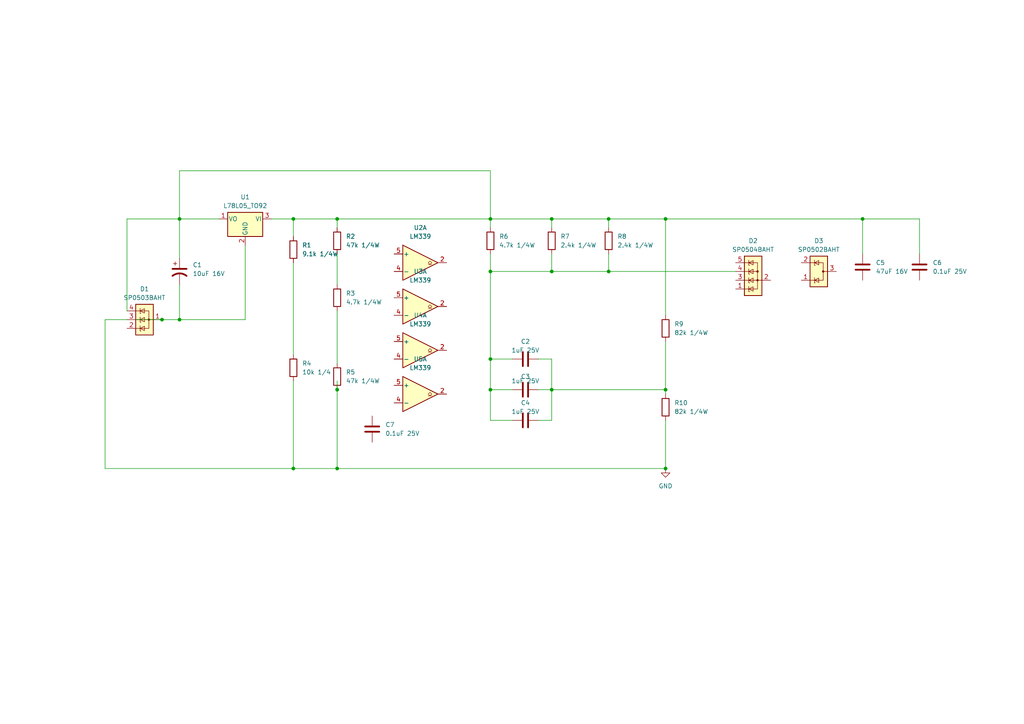
<source format=kicad_sch>
(kicad_sch (version 20230121) (generator eeschema)
  (paper "A4")
  (title_block (title "MagSense-SR") (rev "A"))
  (lib_symbols
    (symbol "Comparator:LM339" (pin_names (offset 0.127))
      (property "Reference" "U" (at 0 5.08 0))
      (property "Value" "LM339" (at 0 -5.08 0))
      (symbol "LM339_1_1"
        (polyline (pts (xy -5.08 5.08) (xy 5.08 0) (xy -5.08 -5.08) (xy -5.08 5.08)) (stroke (width 0.254)) (fill (type background)))
        (polyline (pts (xy 3.302 -0.508) (xy 2.794 -0.508) (xy 3.302 0) (xy 2.794 0.508) (xy 2.286 0) (xy 2.794 -0.508) (xy 2.286 -0.508)) (stroke (width 0.127)))
        (pin open_collector line (at 7.62 0 180) (length 2.54) (name "~") (number "2"))
        (pin input line (at -7.62 -2.54 0) (length 2.54) (name "-") (number "4"))
        (pin input line (at -7.62 2.54 0) (length 2.54) (name "+") (number "5"))
      )
      (symbol "LM339_2_1"
        (polyline (pts (xy -5.08 5.08) (xy 5.08 0) (xy -5.08 -5.08) (xy -5.08 5.08)) (stroke (width 0.254)) (fill (type background)))
        (polyline (pts (xy 3.302 -0.508) (xy 2.794 -0.508) (xy 3.302 0) (xy 2.794 0.508) (xy 2.286 0) (xy 2.794 -0.508) (xy 2.286 -0.508)) (stroke (width 0.127)))
        (pin open_collector line (at 7.62 0 180) (length 2.54) (name "~") (number "1"))
        (pin input line (at -7.62 -2.54 0) (length 2.54) (name "-") (number "6"))
        (pin input line (at -7.62 2.54 0) (length 2.54) (name "+") (number "7"))
      )
      (symbol "LM339_3_1"
        (polyline (pts (xy -5.08 5.08) (xy 5.08 0) (xy -5.08 -5.08) (xy -5.08 5.08)) (stroke (width 0.254)) (fill (type background)))
        (polyline (pts (xy 3.302 -0.508) (xy 2.794 -0.508) (xy 3.302 0) (xy 2.794 0.508) (xy 2.286 0) (xy 2.794 -0.508) (xy 2.286 -0.508)) (stroke (width 0.127)))
        (pin input line (at -7.62 -2.54 0) (length 2.54) (name "-") (number "10"))
        (pin input line (at -7.62 2.54 0) (length 2.54) (name "+") (number "11"))
        (pin open_collector line (at 7.62 0 180) (length 2.54) (name "~") (number "13"))
      )
      (symbol "LM339_4_1"
        (polyline (pts (xy -5.08 5.08) (xy 5.08 0) (xy -5.08 -5.08) (xy -5.08 5.08)) (stroke (width 0.254)) (fill (type background)))
        (polyline (pts (xy 3.302 -0.508) (xy 2.794 -0.508) (xy 3.302 0) (xy 2.794 0.508) (xy 2.286 0) (xy 2.794 -0.508) (xy 2.286 -0.508)) (stroke (width 0.127)))
        (pin open_collector line (at 7.62 0 180) (length 2.54) (name "~") (number "14"))
        (pin input line (at -7.62 -2.54 0) (length 2.54) (name "-") (number "8"))
        (pin input line (at -7.62 2.54 0) (length 2.54) (name "+") (number "9"))
      )
      (symbol "LM339_5_1"
        (pin power_in line (at -2.54 -7.62 90) (length 3.81) (name "V-") (number "12"))
        (pin power_in line (at -2.54 7.62 270) (length 3.81) (name "V+") (number "3"))
      )
    )
    (symbol "Device:C" (pin_numbers hide) (pin_names (offset 0.254))
      (property "Reference" "C" (at 0.635 2.54 0))
      (property "Value" "C" (at 0.635 -2.54 0))
      (symbol "C_0_1"
        (polyline (pts (xy -2.032 -0.762) (xy 2.032 -0.762)) (stroke (width 0.508)))
        (polyline (pts (xy -2.032 0.762) (xy 2.032 0.762)) (stroke (width 0.508)))
      )
      (symbol "C_1_1"
        (pin passive line (at 0 3.81 270) (length 2.794) (name "~") (number "1"))
        (pin passive line (at 0 -3.81 90) (length 2.794) (name "~") (number "2"))
      )
    )
    (symbol "Device:C_Polarized_US" (pin_numbers hide) (pin_names (offset 0.254) hide)
      (property "Reference" "C" (at 0.635 2.54 0))
      (property "Value" "C_Polarized_US" (at 0.635 -2.54 0))
      (symbol "C_Polarized_US_0_1"
        (polyline (pts (xy -2.032 0.762) (xy 2.032 0.762)) (stroke (width 0.508)))
        (polyline (pts (xy -1.778 2.286) (xy -0.762 2.286)))
        (polyline (pts (xy -1.27 1.778) (xy -1.27 2.794)))
        (arc (start 2.032 -1.27) (mid 0 -0.5572) (end -2.032 -1.27) (stroke (width 0.508)))
      )
      (symbol "C_Polarized_US_1_1"
        (pin passive line (at 0 3.81 270) (length 2.794) (name "~") (number "1"))
        (pin passive line (at 0 -3.81 90) (length 3.302) (name "~") (number "2"))
      )
    )
    (symbol "Device:R" (pin_numbers hide) (pin_names (offset 0))
      (property "Reference" "R" (at 2.032 0 90))
      (property "Value" "R" (at 0 0 90))
      (symbol "R_0_1"
        (rectangle (start -1.016 -2.54) (end 1.016 2.54) (stroke (width 0.254)))
      )
      (symbol "R_1_1"
        (pin passive line (at 0 3.81 270) (length 1.27) (name "~") (number "1"))
        (pin passive line (at 0 -3.81 90) (length 1.27) (name "~") (number "2"))
      )
    )
    (symbol "Power_Protection:SP0502BAHT" (pin_names hide)
      (property "Reference" "D" (at 5.715 2.54 0))
      (property "Value" "SP0502BAHT" (at 5.715 0.635 0))
      (symbol "SP0502BAHT_0_0"
        (pin passive line (at 0 -5.08 90) (length 2.54) (name "A") (number "3"))
      )
      (symbol "SP0502BAHT_0_1"
        (rectangle (start -4.445 2.54) (end 4.445 -2.54) (stroke (width 0.254)) (fill (type background)))
        (circle (center 0 -1.27) (radius 0.254) (fill (type outline)))
        (polyline (pts (xy -2.54 2.54) (xy -2.54 1.27)))
        (polyline (pts (xy 0 -1.27) (xy 0 -2.54)))
        (polyline (pts (xy 2.54 2.54) (xy 2.54 1.27)))
        (polyline (pts (xy -3.302 1.016) (xy -3.302 1.27) (xy -1.905 1.27) (xy -1.778 1.27)))
        (polyline (pts (xy -2.54 1.27) (xy -2.54 -1.27) (xy 2.54 -1.27) (xy 2.54 1.27)))
        (polyline (pts (xy -2.54 1.27) (xy -1.905 0) (xy -3.175 0) (xy -2.54 1.27)))
        (polyline (pts (xy 1.778 1.016) (xy 1.778 1.27) (xy 3.175 1.27) (xy 3.302 1.27)))
        (polyline (pts (xy 2.54 1.27) (xy 1.905 0) (xy 3.175 0) (xy 2.54 1.27)))
      )
      (symbol "SP0502BAHT_1_1"
        (pin passive line (at -2.54 5.08 270) (length 2.54) (name "K") (number "1"))
        (pin passive line (at 2.54 5.08 270) (length 2.54) (name "K") (number "2"))
      )
    )
    (symbol "Power_Protection:SP0503BAHT" (pin_names hide)
      (property "Reference" "D" (at 5.715 2.54 0))
      (property "Value" "SP0503BAHT" (at 5.715 0.635 0))
      (symbol "SP0503BAHT_0_0"
        (pin passive line (at 0 -5.08 90) (length 2.54) (name "A") (number "1"))
      )
      (symbol "SP0503BAHT_0_1"
        (rectangle (start -4.445 2.54) (end 4.445 -2.54) (stroke (width 0.254)) (fill (type background)))
        (circle (center 0 -1.27) (radius 0.254) (fill (type outline)))
        (polyline (pts (xy -2.54 2.54) (xy -2.54 1.27)))
        (polyline (pts (xy 0 -1.27) (xy 0 -2.54)))
        (polyline (pts (xy 0 -1.27) (xy 0 1.27)))
        (polyline (pts (xy 0 2.54) (xy 0 1.27)))
        (polyline (pts (xy 0.635 1.27) (xy 0.762 1.27)))
        (polyline (pts (xy 2.54 2.54) (xy 2.54 1.27)))
        (polyline (pts (xy 0.635 1.27) (xy -0.762 1.27) (xy -0.762 1.016)))
        (polyline (pts (xy -3.302 1.016) (xy -3.302 1.27) (xy -1.905 1.27) (xy -1.778 1.27)))
        (polyline (pts (xy -2.54 1.27) (xy -2.54 -1.27) (xy 2.54 -1.27) (xy 2.54 1.27)))
        (polyline (pts (xy -2.54 1.27) (xy -1.905 0) (xy -3.175 0) (xy -2.54 1.27)))
        (polyline (pts (xy 0.635 0) (xy -0.635 0) (xy 0 1.27) (xy 0.635 0)))
        (polyline (pts (xy 1.778 1.016) (xy 1.778 1.27) (xy 3.175 1.27) (xy 3.302 1.27)))
        (polyline (pts (xy 2.54 1.27) (xy 1.905 0) (xy 3.175 0) (xy 2.54 1.27)))
      )
      (symbol "SP0503BAHT_1_1"
        (pin passive line (at -2.54 5.08 270) (length 2.54) (name "K") (number "2"))
        (pin passive line (at 0 5.08 270) (length 2.54) (name "K") (number "3"))
        (pin passive line (at 2.54 5.08 270) (length 2.54) (name "K") (number "4"))
      )
    )
    (symbol "Power_Protection:SP0504BAHT" (pin_names hide)
      (property "Reference" "D" (at 7.62 2.54 0))
      (property "Value" "SP0504BAHT" (at 7.62 0.635 0))
      (symbol "SP0504BAHT_0_0"
        (pin passive line (at 0 -5.08 90) (length 2.54) (name "A") (number "2"))
      )
      (symbol "SP0504BAHT_0_1"
        (rectangle (start -4.445 2.54) (end 6.985 -2.54) (stroke (width 0.254)) (fill (type background)))
        (circle (center 0 -1.27) (radius 0.254) (fill (type outline)))
        (polyline (pts (xy -2.54 2.54) (xy -2.54 1.27)))
        (polyline (pts (xy 0 -1.27) (xy 0 -2.54)))
        (polyline (pts (xy 0 -1.27) (xy 0 1.27)))
        (polyline (pts (xy 0 2.54) (xy 0 1.27)))
        (polyline (pts (xy 2.54 2.54) (xy 2.54 1.27)))
        (polyline (pts (xy 5.08 2.54) (xy 5.08 1.27)))
        (polyline (pts (xy -3.302 1.016) (xy -3.302 1.27) (xy -1.778 1.27)))
        (polyline (pts (xy 0.762 1.27) (xy -0.762 1.27) (xy -0.762 1.016)))
        (polyline (pts (xy 5.08 1.27) (xy 5.08 -1.27) (xy 2.54 -1.27)))
        (polyline (pts (xy -2.54 1.27) (xy -2.54 -1.27) (xy 2.54 -1.27) (xy 2.54 1.27)))
        (polyline (pts (xy -2.54 1.27) (xy -1.905 0) (xy -3.175 0) (xy -2.54 1.27)))
        (polyline (pts (xy 0.635 0) (xy -0.635 0) (xy 0 1.27) (xy 0.635 0)))
        (polyline (pts (xy 1.778 1.016) (xy 1.778 1.27) (xy 3.175 1.27) (xy 3.302 1.27)))
        (polyline (pts (xy 2.54 1.27) (xy 1.905 0) (xy 3.175 0) (xy 2.54 1.27)))
        (polyline (pts (xy 4.318 1.016) (xy 4.318 1.27) (xy 5.715 1.27) (xy 5.842 1.27)))
        (polyline (pts (xy 5.08 1.27) (xy 4.445 0) (xy 5.715 0) (xy 5.08 1.27)))
        (circle (center 2.54 -1.27) (radius 0.254) (fill (type outline)))
      )
      (symbol "SP0504BAHT_1_1"
        (pin passive line (at -2.54 5.08 270) (length 2.54) (name "K") (number "1"))
        (pin passive line (at 0 5.08 270) (length 2.54) (name "K") (number "3"))
        (pin passive line (at 2.54 5.08 270) (length 2.54) (name "K") (number "4"))
        (pin passive line (at 5.08 5.08 270) (length 2.54) (name "K") (number "5"))
      )
    )
    (symbol "Regulator_Linear:L78L05_TO92" (pin_names (offset 0.254))
      (property "Reference" "U" (at -3.81 3.175 0))
      (property "Value" "L78L05_TO92" (at 0 3.175 0))
      (symbol "L78L05_TO92_0_1"
        (rectangle (start -5.08 -5.08) (end 5.08 1.905) (stroke (width 0.254)) (fill (type background)))
      )
      (symbol "L78L05_TO92_1_1"
        (pin power_out line (at 7.62 0 180) (length 2.54) (name "VO") (number "1"))
        (pin power_in line (at 0 -7.62 90) (length 2.54) (name "GND") (number "2"))
        (pin power_in line (at -7.62 0 0) (length 2.54) (name "VI") (number "3"))
      )
    )
    (symbol "power:GND" (power) (pin_names (offset 0))
      (property "Value" "GND" (at 0 -3.81 0))
      (symbol "GND_0_1"
        (polyline (pts (xy 0 0) (xy 0 -1.27) (xy 1.27 -1.27) (xy 0 -2.54) (xy -1.27 -1.27) (xy 0 -1.27)))
      )
      (symbol "GND_1_1"
        (pin power_in line (at 0 0 270) (length 0) hide (name "GND") (number "1"))
      )
    )
  )
  (junction (at 52.07 92.71))
  (junction (at 97.79 135.89))
  (junction (at 160.02 78.74))
  (junction (at 97.79 113.03))
  (junction (at 176.53 78.74))
  (junction (at 160.02 113.03))
  (junction (at 160.02 63.5))
  (junction (at 250.19 63.5))
  (junction (at 193.04 135.89))
  (junction (at 193.04 113.03))
  (junction (at 142.24 113.03))
  (junction (at 176.53 63.5))
  (junction (at 85.09 135.89))
  (junction (at 142.24 63.5))
  (junction (at 46.99 92.71))
  (junction (at 142.24 104.14))
  (junction (at 193.04 63.5))
  (junction (at 85.09 63.5))
  (junction (at 142.24 78.74))
  (junction (at 52.07 63.5))
  (junction (at 97.79 63.5))
  (wire (pts (xy 193.04 63.5) (xy 250.19 63.5)))
  (wire (pts (xy 142.24 104.14) (xy 148.59 104.14)))
  (wire (pts (xy 85.09 76.2) (xy 85.09 102.87)))
  (wire (pts (xy 52.07 63.5) (xy 63.5 63.5)))
  (wire (pts (xy 193.04 121.92) (xy 193.04 135.89)))
  (wire (pts (xy 142.24 78.74) (xy 160.02 78.74)))
  (wire (pts (xy 142.24 73.66) (xy 142.24 78.74)))
  (wire (pts (xy 160.02 113.03) (xy 193.04 113.03)))
  (wire (pts (xy 142.24 49.53) (xy 142.24 63.5)))
  (wire (pts (xy 97.79 135.89) (xy 193.04 135.89)))
  (wire (pts (xy 85.09 63.5) (xy 97.79 63.5)))
  (wire (pts (xy 52.07 74.93) (xy 52.07 63.5)))
  (wire (pts (xy 250.19 63.5) (xy 266.7 63.5)))
  (wire (pts (xy 78.74 63.5) (xy 85.09 63.5)))
  (wire (pts (xy 52.07 92.71) (xy 46.99 92.71)))
  (wire (pts (xy 52.07 49.53) (xy 142.24 49.53)))
  (wire (pts (xy 52.07 63.5) (xy 52.07 49.53)))
  (wire (pts (xy 176.53 73.66) (xy 176.53 78.74)))
  (wire (pts (xy 266.7 63.5) (xy 266.7 73.66)))
  (wire (pts (xy 97.79 73.66) (xy 97.79 82.55)))
  (wire (pts (xy 30.48 135.89) (xy 85.09 135.89)))
  (wire (pts (xy 97.79 63.5) (xy 142.24 63.5)))
  (wire (pts (xy 97.79 63.5) (xy 97.79 66.04)))
  (wire (pts (xy 176.53 78.74) (xy 213.36 78.74)))
  (wire (pts (xy 193.04 99.06) (xy 193.04 113.03)))
  (wire (pts (xy 160.02 73.66) (xy 160.02 78.74)))
  (wire (pts (xy 142.24 63.5) (xy 142.24 66.04)))
  (wire (pts (xy 97.79 90.17) (xy 97.79 105.41)))
  (wire (pts (xy 160.02 113.03) (xy 160.02 121.92)))
  (wire (pts (xy 156.21 104.14) (xy 160.02 104.14)))
  (wire (pts (xy 142.24 78.74) (xy 142.24 104.14)))
  (wire (pts (xy 36.83 63.5) (xy 52.07 63.5)))
  (wire (pts (xy 160.02 63.5) (xy 160.02 66.04)))
  (wire (pts (xy 36.83 92.71) (xy 30.48 92.71)))
  (wire (pts (xy 36.83 90.17) (xy 36.83 63.5)))
  (wire (pts (xy 85.09 135.89) (xy 97.79 135.89)))
  (wire (pts (xy 160.02 104.14) (xy 160.02 113.03)))
  (wire (pts (xy 148.59 113.03) (xy 142.24 113.03)))
  (wire (pts (xy 193.04 113.03) (xy 193.04 114.3)))
  (wire (pts (xy 52.07 82.55) (xy 52.07 92.71)))
  (wire (pts (xy 97.79 113.03) (xy 97.79 135.89)))
  (wire (pts (xy 193.04 63.5) (xy 193.04 91.44)))
  (wire (pts (xy 156.21 121.92) (xy 160.02 121.92)))
  (wire (pts (xy 160.02 63.5) (xy 176.53 63.5)))
  (wire (pts (xy 97.79 110.49) (xy 97.79 113.03)))
  (wire (pts (xy 176.53 63.5) (xy 176.53 66.04)))
  (wire (pts (xy 250.19 63.5) (xy 250.19 73.66)))
  (wire (pts (xy 46.99 92.71) (xy 39.37 92.71)))
  (wire (pts (xy 142.24 113.03) (xy 142.24 121.92)))
  (wire (pts (xy 142.24 104.14) (xy 142.24 113.03)))
  (wire (pts (xy 85.09 110.49) (xy 85.09 135.89)))
  (wire (pts (xy 160.02 78.74) (xy 176.53 78.74)))
  (wire (pts (xy 142.24 121.92) (xy 148.59 121.92)))
  (wire (pts (xy 142.24 63.5) (xy 160.02 63.5)))
  (wire (pts (xy 30.48 92.71) (xy 30.48 135.89)))
  (wire (pts (xy 71.12 92.71) (xy 52.07 92.71)))
  (wire (pts (xy 176.53 63.5) (xy 193.04 63.5)))
  (wire (pts (xy 71.12 71.12) (xy 71.12 92.71)))
  (wire (pts (xy 85.09 63.5) (xy 85.09 68.58)))
  (wire (pts (xy 156.21 113.03) (xy 160.02 113.03)))
  (symbol (lib_id "Device:R") (at 160.02 69.85 0) (unit 1)
    (property "Reference" "R7" (at 162.56 68.58 0) (effects (justify left)))
    (property "Value" "2.4k 1/4W" (at 162.56 71.12 0) (effects (justify left)))
  )
  (symbol (lib_id "Device:R") (at 85.09 106.68 180) (unit 1)
    (property "Reference" "R4" (at 87.63 105.41 0) (effects (justify right)))
    (property "Value" "10k 1/4" (at 87.63 107.95 0) (effects (justify right)))
  )
  (symbol (lib_id "Regulator_Linear:L78L05_TO92") (at 71.12 63.5 0) (mirror y) (unit 1)
    (property "Reference" "U1" (at 71.12 57.15 0))
    (property "Value" "L78L05_TO92" (at 71.12 59.69 0))
    (property "Footprint" "Package_TO_SOT_THT:TO-92L_HandSolder" (effects hide))
    (property "Datasheet" "http://www.st.com/content/ccc/resource/technical/document/datasheet/15/55/e5/aa/23/5b/43/fd/CD00000446.pdf/files/CD00000446.pdf/jcr:content/translations/en.CD00000446.pdf" (effects hide))
  )
  (symbol (lib_id "Device:C") (at 250.19 77.47 0) (unit 1)
    (property "Reference" "C5" (at 254 76.2 0) (effects (justify left)))
    (property "Value" "47uF 16V" (at 254 78.74 0) (effects (justify left)))
  )
  (symbol (lib_id "Device:C") (at 152.4 104.14 90) (unit 1)
    (property "Reference" "C2" (at 152.4 99.06 90))
    (property "Value" "1uF 25V" (at 152.4 101.6 90))
  )
  (symbol (lib_id "Device:R") (at 193.04 95.25 0) (unit 1)
    (property "Reference" "R9" (at 195.58 93.98 0) (effects (justify left)))
    (property "Value" "82k 1/4W" (at 195.58 96.52 0) (effects (justify left)))
  )
  (symbol (lib_id "Power_Protection:SP0502BAHT") (at 237.49 78.74 90) (unit 1)
    (property "Reference" "D3" (at 237.49 69.85 90))
    (property "Value" "SP0502BAHT" (at 237.49 72.39 90))
    (property "Footprint" "Package_TO_SOT_SMD:SOT-23" (effects hide))
    (property "Datasheet" "http://www.littelfuse.com/~/media/files/littelfuse/technical%20resources/documents/data%20sheets/sp05xxba.pdf" (effects hide))
  )
  (symbol (lib_id "Device:R") (at 193.04 118.11 0) (unit 1)
    (property "Reference" "R10" (at 195.58 116.84 0) (effects (justify left)))
    (property "Value" "82k 1/4W" (at 195.58 119.38 0) (effects (justify left)))
  )
  (symbol (lib_id "Device:R") (at 176.53 69.85 0) (unit 1)
    (property "Reference" "R8" (at 179.07 68.58 0) (effects (justify left)))
    (property "Value" "2.4k 1/4W" (at 179.07 71.12 0) (effects (justify left)))
  )
  (symbol (lib_id "Device:C") (at 107.95 124.46 0) (unit 1)
    (property "Reference" "C7" (at 111.76 123.19 0) (effects (justify left)))
    (property "Value" "0.1uF 25V" (at 111.76 125.73 0) (effects (justify left)))
  )
  (symbol (lib_id "Device:C") (at 266.7 77.47 0) (unit 1)
    (property "Reference" "C6" (at 270.51 76.2 0) (effects (justify left)))
    (property "Value" "0.1uF 25V" (at 270.51 78.74 0) (effects (justify left)))
  )
  (symbol (lib_id "Device:C_Polarized_US") (at 52.07 78.74 0) (unit 1)
    (property "Reference" "C1" (at 55.88 76.835 0) (effects (justify left)))
    (property "Value" "10uF 16V" (at 55.88 79.375 0) (effects (justify left)))
  )
  (symbol (lib_id "Comparator:LM339") (at 121.92 88.9 0) (unit 1)
    (property "Reference" "U3" (at 121.92 78.74 0))
    (property "Value" "LM339" (at 121.92 81.28 0))
    (property "Footprint" "Package_SO:SOIC-14_3.9x8.7mm_P1.27mm" (effects hide))
    (property "Datasheet" "https://www.st.com/resource/en/datasheet/lm139.pdf" (effects hide))
  )
  (symbol (lib_id "Device:C") (at 152.4 121.92 90) (unit 1)
    (property "Reference" "C4" (at 152.4 116.84 90))
    (property "Value" "1uF 25V" (at 152.4 119.38 90))
  )
  (symbol (lib_id "Device:R") (at 97.79 86.36 180) (unit 1)
    (property "Reference" "R3" (at 100.33 85.09 0) (effects (justify right)))
    (property "Value" "4.7k 1/4W" (at 100.33 87.63 0) (effects (justify right)))
  )
  (symbol (lib_id "Comparator:LM339") (at 121.92 76.2 0) (unit 1)
    (property "Reference" "U2" (at 121.92 66.04 0))
    (property "Value" "LM339" (at 121.92 68.58 0))
    (property "Footprint" "Package_SO:SOIC-14_3.9x8.7mm_P1.27mm" (effects hide))
    (property "Datasheet" "https://www.st.com/resource/en/datasheet/lm139.pdf" (effects hide))
  )
  (symbol (lib_id "Device:C") (at 152.4 113.03 90) (unit 1)
    (property "Reference" "C3" (at 152.4 109.22 90))
    (property "Value" "1uF 25V" (at 152.4 110.49 90))
  )
  (symbol (lib_id "Device:R") (at 97.79 69.85 0) (unit 1)
    (property "Reference" "R2" (at 100.33 68.58 0) (effects (justify left)))
    (property "Value" "47k 1/4W" (at 100.33 71.12 0) (effects (justify left)))
  )
  (symbol (lib_id "power:GND") (at 193.04 135.89 0) (unit 1)
    (property "Reference" "#PWR01" (effects hide))
    (property "Value" "GND" (at 193.04 140.97 0))
  )
  (symbol (lib_id "Power_Protection:SP0503BAHT") (at 41.91 92.71 90) (unit 1)
    (property "Reference" "D1" (at 41.91 83.82 90))
    (property "Value" "SP0503BAHT" (at 41.91 86.36 90))
    (property "Footprint" "Package_TO_SOT_SMD:SOT-143" (effects hide))
    (property "Datasheet" "http://www.littelfuse.com/~/media/files/littelfuse/technical%20resources/documents/data%20sheets/sp05xxba.pdf" (effects hide))
  )
  (symbol (lib_id "Device:R") (at 85.09 72.39 0) (unit 1)
    (property "Reference" "R1" (at 87.63 71.12 0) (effects (justify left)))
    (property "Value" "9.1k 1/4W" (at 87.63 73.66 0) (effects (justify left)))
  )
  (symbol (lib_id "Power_Protection:SP0504BAHT") (at 218.44 81.28 90) (unit 1)
    (property "Reference" "D2" (at 218.44 69.85 90))
    (property "Value" "SP0504BAHT" (at 218.44 72.39 90))
    (property "Footprint" "Package_TO_SOT_SMD:SOT-353_SC-70-5" (effects hide))
    (property "Datasheet" "http://www.littelfuse.com/~/media/files/littelfuse/technical%20resources/documents/data%20sheets/sp05xxba.pdf" (effects hide))
  )
  (symbol (lib_id "Device:R") (at 142.24 69.85 0) (unit 1)
    (property "Reference" "R6" (at 144.78 68.58 0) (effects (justify left)))
    (property "Value" "4.7k 1/4W" (at 144.78 71.12 0) (effects (justify left)))
  )
  (symbol (lib_id "Comparator:LM339") (at 121.92 114.3 0) (unit 1)
    (property "Reference" "U5" (at 121.92 104.14 0))
    (property "Value" "LM339" (at 121.92 106.68 0))
    (property "Footprint" "Package_SO:SOIC-14_3.9x8.7mm_P1.27mm" (effects hide))
    (property "Datasheet" "https://www.st.com/resource/en/datasheet/lm139.pdf" (effects hide))
  )
  (symbol (lib_id "Device:R") (at 97.79 109.22 0) (unit 1)
    (property "Reference" "R5" (at 100.33 107.95 0) (effects (justify left)))
    (property "Value" "47k 1/4W" (at 100.33 110.49 0) (effects (justify left)))
  )
  (symbol (lib_id "Comparator:LM339") (at 121.92 101.6 0) (unit 1)
    (property "Reference" "U4" (at 121.92 91.44 0))
    (property "Value" "LM339" (at 121.92 93.98 0))
    (property "Footprint" "Package_SO:SOIC-14_3.9x8.7mm_P1.27mm" (effects hide))
    (property "Datasheet" "https://www.st.com/resource/en/datasheet/lm139.pdf" (effects hide))
  )
)
</source>
